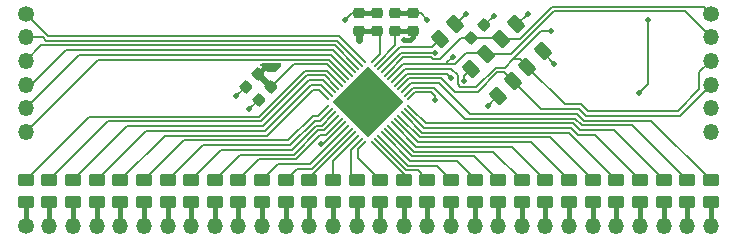
<source format=gtl>
G04 #@! TF.GenerationSoftware,KiCad,Pcbnew,(6.0.10)*
G04 #@! TF.CreationDate,2023-02-04T17:17:42+01:00*
G04 #@! TF.ProjectId,Lumissil_IS31FL3742A_breakout,4c756d69-7373-4696-9c5f-49533331464c,rev?*
G04 #@! TF.SameCoordinates,Original*
G04 #@! TF.FileFunction,Copper,L1,Top*
G04 #@! TF.FilePolarity,Positive*
%FSLAX46Y46*%
G04 Gerber Fmt 4.6, Leading zero omitted, Abs format (unit mm)*
G04 Created by KiCad (PCBNEW (6.0.10)) date 2023-02-04 17:17:42*
%MOMM*%
%LPD*%
G01*
G04 APERTURE LIST*
G04 Aperture macros list*
%AMRoundRect*
0 Rectangle with rounded corners*
0 $1 Rounding radius*
0 $2 $3 $4 $5 $6 $7 $8 $9 X,Y pos of 4 corners*
0 Add a 4 corners polygon primitive as box body*
4,1,4,$2,$3,$4,$5,$6,$7,$8,$9,$2,$3,0*
0 Add four circle primitives for the rounded corners*
1,1,$1+$1,$2,$3*
1,1,$1+$1,$4,$5*
1,1,$1+$1,$6,$7*
1,1,$1+$1,$8,$9*
0 Add four rect primitives between the rounded corners*
20,1,$1+$1,$2,$3,$4,$5,0*
20,1,$1+$1,$4,$5,$6,$7,0*
20,1,$1+$1,$6,$7,$8,$9,0*
20,1,$1+$1,$8,$9,$2,$3,0*%
%AMRotRect*
0 Rectangle, with rotation*
0 The origin of the aperture is its center*
0 $1 length*
0 $2 width*
0 $3 Rotation angle, in degrees counterclockwise*
0 Add horizontal line*
21,1,$1,$2,0,0,$3*%
G04 Aperture macros list end*
G04 #@! TA.AperFunction,SMDPad,CuDef*
%ADD10RoundRect,0.250000X-0.450000X0.262500X-0.450000X-0.262500X0.450000X-0.262500X0.450000X0.262500X0*%
G04 #@! TD*
G04 #@! TA.AperFunction,SMDPad,CuDef*
%ADD11RoundRect,0.225000X0.250000X-0.225000X0.250000X0.225000X-0.250000X0.225000X-0.250000X-0.225000X0*%
G04 #@! TD*
G04 #@! TA.AperFunction,ComponentPad*
%ADD12C,1.350000*%
G04 #@! TD*
G04 #@! TA.AperFunction,ComponentPad*
%ADD13O,1.350000X1.350000*%
G04 #@! TD*
G04 #@! TA.AperFunction,SMDPad,CuDef*
%ADD14RoundRect,0.250000X0.132583X-0.503814X0.503814X-0.132583X-0.132583X0.503814X-0.503814X0.132583X0*%
G04 #@! TD*
G04 #@! TA.AperFunction,SMDPad,CuDef*
%ADD15RoundRect,0.050000X0.229810X0.300520X-0.300520X-0.229810X-0.229810X-0.300520X0.300520X0.229810X0*%
G04 #@! TD*
G04 #@! TA.AperFunction,SMDPad,CuDef*
%ADD16RoundRect,0.050000X-0.229810X0.300520X-0.300520X0.229810X0.229810X-0.300520X0.300520X-0.229810X0*%
G04 #@! TD*
G04 #@! TA.AperFunction,ComponentPad*
%ADD17C,0.500000*%
G04 #@! TD*
G04 #@! TA.AperFunction,SMDPad,CuDef*
%ADD18RotRect,4.200000X4.200000X225.000000*%
G04 #@! TD*
G04 #@! TA.AperFunction,SMDPad,CuDef*
%ADD19RoundRect,0.250000X-0.132583X0.503814X-0.503814X0.132583X0.132583X-0.503814X0.503814X-0.132583X0*%
G04 #@! TD*
G04 #@! TA.AperFunction,SMDPad,CuDef*
%ADD20RoundRect,0.225000X0.017678X-0.335876X0.335876X-0.017678X-0.017678X0.335876X-0.335876X0.017678X0*%
G04 #@! TD*
G04 #@! TA.AperFunction,SMDPad,CuDef*
%ADD21RoundRect,0.225000X-0.017678X0.335876X-0.335876X0.017678X0.017678X-0.335876X0.335876X-0.017678X0*%
G04 #@! TD*
G04 #@! TA.AperFunction,ViaPad*
%ADD22C,0.500000*%
G04 #@! TD*
G04 #@! TA.AperFunction,Conductor*
%ADD23C,0.400000*%
G04 #@! TD*
G04 #@! TA.AperFunction,Conductor*
%ADD24C,0.200000*%
G04 #@! TD*
G04 #@! TA.AperFunction,Conductor*
%ADD25C,0.600000*%
G04 #@! TD*
G04 APERTURE END LIST*
D10*
X83000000Y-50587500D03*
X83000000Y-52412500D03*
X117000000Y-50587500D03*
X117000000Y-52412500D03*
D11*
X91230000Y-37975000D03*
X91230000Y-36425000D03*
D12*
X121000000Y-36500000D03*
D13*
X121000000Y-38500000D03*
X121000000Y-40500000D03*
X121000000Y-42500000D03*
X121000000Y-44500000D03*
X121000000Y-46500000D03*
D11*
X92756666Y-37975000D03*
X92756666Y-36425000D03*
D14*
X102954765Y-43505235D03*
X104245235Y-42214765D03*
D10*
X85000000Y-50587500D03*
X85000000Y-52412500D03*
D14*
X100694765Y-41215235D03*
X101985235Y-39924765D03*
D12*
X63000000Y-54500000D03*
D13*
X65000000Y-54500000D03*
X67000000Y-54500000D03*
X69000000Y-54500000D03*
X71000000Y-54500000D03*
X73000000Y-54500000D03*
X75000000Y-54500000D03*
X77000000Y-54500000D03*
X79000000Y-54500000D03*
X81000000Y-54500000D03*
X83000000Y-54500000D03*
X85000000Y-54500000D03*
X87000000Y-54500000D03*
X89000000Y-54500000D03*
X91000000Y-54500000D03*
X93000000Y-54500000D03*
X95000000Y-54500000D03*
X97000000Y-54500000D03*
X99000000Y-54500000D03*
X101000000Y-54500000D03*
X103000000Y-54500000D03*
X105000000Y-54500000D03*
X107000000Y-54500000D03*
X109000000Y-54500000D03*
X111000000Y-54500000D03*
X113000000Y-54500000D03*
X115000000Y-54500000D03*
X117000000Y-54500000D03*
X119000000Y-54500000D03*
X121000000Y-54500000D03*
D10*
X115000000Y-50587500D03*
X115000000Y-52412500D03*
X107000000Y-50587500D03*
X107000000Y-52412500D03*
X105000000Y-50587500D03*
X105000000Y-52412500D03*
X75000000Y-50587500D03*
X75000000Y-52412500D03*
D15*
X95641600Y-43469670D03*
X95358757Y-43186827D03*
X95075914Y-42903984D03*
X94793072Y-42621142D03*
X94510229Y-42338299D03*
X94227386Y-42055456D03*
X93944544Y-41772614D03*
X93661701Y-41489771D03*
X93378858Y-41206928D03*
X93096016Y-40924086D03*
X92813173Y-40641243D03*
X92530330Y-40358400D03*
D16*
X91469670Y-40358400D03*
X91186827Y-40641243D03*
X90903984Y-40924086D03*
X90621142Y-41206928D03*
X90338299Y-41489771D03*
X90055456Y-41772614D03*
X89772614Y-42055456D03*
X89489771Y-42338299D03*
X89206928Y-42621142D03*
X88924086Y-42903984D03*
X88641243Y-43186827D03*
X88358400Y-43469670D03*
D15*
X88358400Y-44530330D03*
X88641243Y-44813173D03*
X88924086Y-45096016D03*
X89206928Y-45378858D03*
X89489771Y-45661701D03*
X89772614Y-45944544D03*
X90055456Y-46227386D03*
X90338299Y-46510229D03*
X90621142Y-46793072D03*
X90903984Y-47075914D03*
X91186827Y-47358757D03*
X91469670Y-47641600D03*
D16*
X92530330Y-47641600D03*
X92813173Y-47358757D03*
X93096016Y-47075914D03*
X93378858Y-46793072D03*
X93661701Y-46510229D03*
X93944544Y-46227386D03*
X94227386Y-45944544D03*
X94510229Y-45661701D03*
X94793072Y-45378858D03*
X95075914Y-45096016D03*
X95358757Y-44813173D03*
X95641600Y-44530330D03*
D17*
X93484924Y-43257538D03*
X94227386Y-44000000D03*
X91257538Y-42515076D03*
X92742462Y-44000000D03*
X93484924Y-44742462D03*
X92742462Y-42515076D03*
X90515076Y-44742462D03*
X92742462Y-45484924D03*
X92000000Y-44742462D03*
X90515076Y-43257538D03*
X92000000Y-41772614D03*
X89772614Y-44000000D03*
X91257538Y-44000000D03*
X91257538Y-45484924D03*
X92000000Y-46227386D03*
D18*
X92000000Y-44000000D03*
D17*
X92000000Y-43257538D03*
D14*
X98044765Y-38675235D03*
X99335235Y-37384765D03*
D19*
X106760470Y-39699530D03*
X105470000Y-40990000D03*
D14*
X103199765Y-38675235D03*
X104490235Y-37384765D03*
D10*
X95000000Y-50587500D03*
X95000000Y-52412500D03*
D20*
X100719492Y-38578008D03*
X101815508Y-37481992D03*
D10*
X89000000Y-50587500D03*
X89000000Y-52412500D03*
X93000000Y-50587500D03*
X93000000Y-52412500D03*
D11*
X95810000Y-37975000D03*
X95810000Y-36425000D03*
D10*
X69000000Y-50587500D03*
X69000000Y-52412500D03*
X99000000Y-50587500D03*
X99000000Y-52412500D03*
X91000000Y-50587500D03*
X91000000Y-52412500D03*
X87000000Y-50587500D03*
X87000000Y-52412500D03*
X101000000Y-50587500D03*
X101000000Y-52412500D03*
X109000000Y-50587500D03*
X109000000Y-52412500D03*
X111000000Y-50587500D03*
X111000000Y-52412500D03*
D21*
X83798008Y-42701992D03*
X82701992Y-43798008D03*
D10*
X71000000Y-50587500D03*
X71000000Y-52412500D03*
X67000000Y-50587500D03*
X67000000Y-52412500D03*
X81000000Y-50587500D03*
X81000000Y-52412500D03*
X65000000Y-50587500D03*
X65000000Y-52412500D03*
X97000000Y-50587500D03*
X97000000Y-52412500D03*
X79000000Y-50587500D03*
X79000000Y-52412500D03*
D11*
X94283332Y-37975000D03*
X94283332Y-36425000D03*
D10*
X121000000Y-50587500D03*
X121000000Y-52412500D03*
X73000000Y-50587500D03*
X73000000Y-52412500D03*
D12*
X63000000Y-36500000D03*
D13*
X63000000Y-38500000D03*
X63000000Y-40500000D03*
X63000000Y-42500000D03*
X63000000Y-44500000D03*
X63000000Y-46500000D03*
D10*
X119000000Y-50587500D03*
X119000000Y-52412500D03*
D21*
X82698008Y-41601992D03*
X81601992Y-42698008D03*
D10*
X63000000Y-50587500D03*
X63000000Y-52412500D03*
X113000000Y-50587500D03*
X113000000Y-52412500D03*
X77000000Y-50587500D03*
X77000000Y-52412500D03*
X103000000Y-50587500D03*
X103000000Y-52412500D03*
D22*
X115700000Y-37029000D03*
X100120000Y-42160500D03*
X102100000Y-44330000D03*
X107750000Y-40750000D03*
X95040000Y-38760000D03*
X83750000Y-40929009D03*
X91250000Y-38750000D03*
X114940000Y-43190000D03*
X81920000Y-44580000D03*
X100290000Y-36490000D03*
X105500000Y-36500000D03*
X87972002Y-47522002D03*
X97681728Y-39805469D03*
X102610000Y-36660000D03*
X80820000Y-43480000D03*
X97610000Y-43830000D03*
X90000000Y-37000000D03*
X97000000Y-37000000D03*
X107500000Y-38000000D03*
X99130000Y-40160000D03*
X99006444Y-41933556D03*
D23*
X95810000Y-38490000D02*
X95810000Y-37975000D01*
X95540000Y-38760000D02*
X95810000Y-38490000D01*
X95040000Y-38760000D02*
X95540000Y-38760000D01*
X92756666Y-36425000D02*
X91230000Y-36425000D01*
X95810000Y-36425000D02*
X94283332Y-36425000D01*
X94283332Y-37975000D02*
X95810000Y-37975000D01*
X92736666Y-37995000D02*
X92756666Y-37975000D01*
X91250000Y-37995000D02*
X92736666Y-37995000D01*
X83370991Y-40929009D02*
X82698008Y-41601992D01*
X83750000Y-40929009D02*
X83370991Y-40929009D01*
D24*
X85720491Y-40779509D02*
X83798008Y-42701992D01*
X91250000Y-37995000D02*
X91230000Y-37975000D01*
D25*
X91250000Y-38750000D02*
X91250000Y-37995000D01*
D24*
X115700000Y-37029000D02*
X115700000Y-42430000D01*
X89772614Y-42055456D02*
X88496667Y-40779509D01*
X100694765Y-41215235D02*
X100120000Y-41790000D01*
X88496667Y-40779509D02*
X85720491Y-40779509D01*
X106760470Y-39760470D02*
X106760470Y-39699530D01*
X93000000Y-38218334D02*
X93000000Y-39888730D01*
X93000000Y-39888730D02*
X92530330Y-40358400D01*
X102924765Y-43505235D02*
X102954765Y-43505235D01*
X100120000Y-41790000D02*
X100120000Y-42160500D01*
X115700000Y-42430000D02*
X114940000Y-43190000D01*
X102100000Y-44330000D02*
X102924765Y-43505235D01*
X94283332Y-37975000D02*
X94283332Y-39171084D01*
X94283332Y-39171084D02*
X92813173Y-40641243D01*
X92756666Y-37975000D02*
X93000000Y-38218334D01*
X107750000Y-40750000D02*
X106760470Y-39760470D01*
D25*
X82698008Y-41601992D02*
X83798008Y-42701992D01*
D24*
X99335235Y-37384765D02*
X99395235Y-37384765D01*
X101815508Y-37481992D02*
X101815508Y-37454492D01*
X88195156Y-47522002D02*
X89772614Y-45944544D01*
X81601992Y-42698008D02*
X80820000Y-43480000D01*
X91230000Y-36425000D02*
X90575000Y-36425000D01*
X97681728Y-39805469D02*
X94780317Y-39805469D01*
X99395235Y-37384765D02*
X100290000Y-36490000D01*
X95641600Y-43469670D02*
X95941270Y-43170000D01*
X94780317Y-39805469D02*
X93378858Y-41206928D01*
X90575000Y-36425000D02*
X90000000Y-37000000D01*
X97610000Y-43450000D02*
X97610000Y-43830000D01*
X101815508Y-37454492D02*
X102610000Y-36660000D01*
X104490235Y-37384765D02*
X104615235Y-37384765D01*
X104615235Y-37384765D02*
X105500000Y-36500000D01*
X96425000Y-36425000D02*
X95810000Y-36425000D01*
X95941270Y-43170000D02*
X97330000Y-43170000D01*
X82701992Y-43798008D02*
X81920000Y-44580000D01*
X97000000Y-37000000D02*
X96425000Y-36425000D01*
X97330000Y-43170000D02*
X97610000Y-43450000D01*
X87972002Y-47522002D02*
X88195156Y-47522002D01*
X103102538Y-38578008D02*
X103199765Y-38675235D01*
X93661701Y-41489771D02*
X94946003Y-40205469D01*
X94946003Y-40205469D02*
X97303910Y-40205469D01*
X107578628Y-35900000D02*
X120400000Y-35900000D01*
X104803393Y-38675235D02*
X107578628Y-35900000D01*
X99811992Y-38578008D02*
X100719492Y-38578008D01*
X100719492Y-38578008D02*
X103102538Y-38578008D01*
X97303910Y-40205469D02*
X97453910Y-40355469D01*
X97453910Y-40355469D02*
X98034531Y-40355469D01*
X120400000Y-35900000D02*
X121000000Y-36500000D01*
X98034531Y-40355469D02*
X99811992Y-38578008D01*
X103199765Y-38675235D02*
X104803393Y-38675235D01*
X120025000Y-41475000D02*
X121000000Y-40500000D01*
X104250000Y-40360000D02*
X106640000Y-37970000D01*
X108655000Y-44175000D02*
X109981616Y-44175000D01*
X103540000Y-41070000D02*
X104250000Y-40360000D01*
X99020706Y-41170000D02*
X99556444Y-41705738D01*
X94227386Y-42055456D02*
X95112843Y-41170000D01*
X102770001Y-41070000D02*
X103540000Y-41070000D01*
X120027728Y-42906586D02*
X120025000Y-42903859D01*
X99790000Y-42710000D02*
X101130000Y-42710000D01*
X101130000Y-42710000D02*
X102770001Y-41070000D01*
X109981616Y-44175000D02*
X110556616Y-44750000D01*
X105470000Y-40990000D02*
X108655000Y-44175000D01*
X107470000Y-37970000D02*
X107500000Y-38000000D01*
X110556616Y-44750000D02*
X118184314Y-44750000D01*
X99556444Y-42476444D02*
X99790000Y-42710000D01*
X95112843Y-41170000D02*
X99020706Y-41170000D01*
X99556444Y-41705738D02*
X99556444Y-42476444D01*
X104840000Y-40360000D02*
X105470000Y-40990000D01*
X104250000Y-40360000D02*
X104840000Y-40360000D01*
X106640000Y-37970000D02*
X107470000Y-37970000D01*
X120025000Y-42903859D02*
X120025000Y-41475000D01*
X118184314Y-44750000D02*
X120027728Y-42906586D01*
X94947158Y-40770000D02*
X98600000Y-40770000D01*
X118800000Y-36300000D02*
X107744314Y-36300000D01*
X107744314Y-36300000D02*
X104119549Y-39924765D01*
X93944544Y-41772614D02*
X94947158Y-40770000D01*
X100230000Y-39850000D02*
X101910470Y-39850000D01*
X104119549Y-39924765D02*
X101985235Y-39924765D01*
X121000000Y-38500000D02*
X118800000Y-36300000D01*
X98600000Y-40690000D02*
X99130000Y-40160000D01*
X101910470Y-39850000D02*
X101985235Y-39924765D01*
X98600000Y-40770000D02*
X99310000Y-40770000D01*
X99310000Y-40770000D02*
X100230000Y-39850000D01*
X98600000Y-40770000D02*
X98600000Y-40690000D01*
X98175686Y-41970000D02*
X99315686Y-43110000D01*
X118350000Y-45150000D02*
X121000000Y-42500000D01*
X106605470Y-44575000D02*
X109815930Y-44575000D01*
X104245235Y-42214765D02*
X106605470Y-44575000D01*
X95444214Y-41970000D02*
X98175686Y-41970000D01*
X103500470Y-41470000D02*
X104245235Y-42214765D01*
X94793072Y-42621142D02*
X95444214Y-41970000D01*
X102935686Y-41470000D02*
X103500470Y-41470000D01*
X110390930Y-45150000D02*
X118350000Y-45150000D01*
X99315686Y-43110000D02*
X101295686Y-43110000D01*
X101295686Y-43110000D02*
X102935686Y-41470000D01*
X109815930Y-44575000D02*
X110390930Y-45150000D01*
X89490777Y-38379509D02*
X64879509Y-38379509D01*
X91469670Y-40358400D02*
X89490777Y-38379509D01*
X64879509Y-38379509D02*
X63000000Y-36500000D01*
X64434314Y-38500000D02*
X63000000Y-38500000D01*
X91186827Y-40641243D02*
X89325093Y-38779509D01*
X64713823Y-38779509D02*
X64434314Y-38500000D01*
X89325093Y-38779509D02*
X64713823Y-38779509D01*
X89159407Y-39179509D02*
X64320491Y-39179509D01*
X90903984Y-40924086D02*
X89159407Y-39179509D01*
X64320491Y-39179509D02*
X63000000Y-40500000D01*
X66420491Y-39579509D02*
X63000000Y-43000000D01*
X90621142Y-41206928D02*
X88993722Y-39579509D01*
X88993722Y-39579509D02*
X66420491Y-39579509D01*
X90338299Y-41489771D02*
X88828037Y-39979509D01*
X67520491Y-39979509D02*
X63000000Y-44500000D01*
X88828037Y-39979509D02*
X67520491Y-39979509D01*
X88662351Y-40379509D02*
X69120491Y-40379509D01*
X90055456Y-41772614D02*
X88662351Y-40379509D01*
X69120491Y-40379509D02*
X63000000Y-46500000D01*
D23*
X63000000Y-52412500D02*
X63000000Y-54500000D01*
X65000000Y-52412500D02*
X65000000Y-54500000D01*
X67000000Y-52412500D02*
X67000000Y-54500000D01*
X69000000Y-52412500D02*
X69000000Y-54500000D01*
X71000000Y-52412500D02*
X71000000Y-54500000D01*
X73000000Y-52412500D02*
X73000000Y-54500000D01*
X75000000Y-52412500D02*
X75000000Y-54500000D01*
X77000000Y-52412500D02*
X77000000Y-54500000D01*
X79000000Y-52412500D02*
X79000000Y-54500000D01*
X81000000Y-52412500D02*
X81000000Y-54500000D01*
X83000000Y-52412500D02*
X83000000Y-54500000D01*
X85000000Y-52412500D02*
X85000000Y-54500000D01*
X87000000Y-52412500D02*
X87000000Y-54500000D01*
X89000000Y-52412500D02*
X89000000Y-54500000D01*
X91000000Y-52412500D02*
X91000000Y-54500000D01*
X93000000Y-52412500D02*
X93000000Y-54500000D01*
X95000000Y-52412500D02*
X95000000Y-54500000D01*
X97000000Y-52412500D02*
X97000000Y-54500000D01*
X99000000Y-52412500D02*
X99000000Y-54500000D01*
X101000000Y-52412500D02*
X101000000Y-54500000D01*
X103000000Y-52412500D02*
X103000000Y-54500000D01*
X105000000Y-52412500D02*
X105000000Y-54500000D01*
X107000000Y-52412500D02*
X107000000Y-54500000D01*
X109000000Y-52412500D02*
X109000000Y-54500000D01*
X111000000Y-52412500D02*
X111000000Y-54500000D01*
X113000000Y-52412500D02*
X113000000Y-54500000D01*
X115000000Y-52412500D02*
X115000000Y-54500000D01*
X117000000Y-52412500D02*
X117000000Y-54500000D01*
X119000000Y-52412500D02*
X119000000Y-54500000D01*
X121000000Y-52412500D02*
X121000000Y-54500000D01*
D24*
X98642888Y-41570000D02*
X95278528Y-41570000D01*
X95278528Y-41570000D02*
X94510229Y-42338299D01*
X99006444Y-41933556D02*
X98642888Y-41570000D01*
X94660102Y-39360000D02*
X93096016Y-40924086D01*
X98044765Y-38675235D02*
X97360000Y-39360000D01*
X97360000Y-39360000D02*
X94660102Y-39360000D01*
X68362500Y-45225000D02*
X63000000Y-50587500D01*
X88476471Y-41325000D02*
X86637257Y-41325000D01*
X89489771Y-42338299D02*
X88476471Y-41325000D01*
X82737256Y-45225000D02*
X68362500Y-45225000D01*
X86637257Y-41325000D02*
X82737256Y-45225000D01*
X88310785Y-41725000D02*
X89206928Y-42621142D01*
X65000000Y-50587500D02*
X69962500Y-45625000D01*
X69962500Y-45625000D02*
X82902942Y-45625000D01*
X86802943Y-41725000D02*
X88310785Y-41725000D01*
X82902942Y-45625000D02*
X86802943Y-41725000D01*
X83068628Y-46025000D02*
X71562500Y-46025000D01*
X71562500Y-46025000D02*
X67000000Y-50587500D01*
X88145100Y-42125000D02*
X86968628Y-42125000D01*
X86968628Y-42125000D02*
X83068628Y-46025000D01*
X88924086Y-42903984D02*
X88145100Y-42125000D01*
X73162500Y-46425000D02*
X69000000Y-50587500D01*
X88641243Y-43186827D02*
X87979415Y-42525000D01*
X87134314Y-42525000D02*
X83234314Y-46425000D01*
X83234314Y-46425000D02*
X73162500Y-46425000D01*
X87979415Y-42525000D02*
X87134314Y-42525000D01*
X87300000Y-42925000D02*
X83400000Y-46825000D01*
X88358400Y-43469670D02*
X87813730Y-42925000D01*
X87813730Y-42925000D02*
X87300000Y-42925000D01*
X83400000Y-46825000D02*
X74762500Y-46825000D01*
X74762500Y-46825000D02*
X71000000Y-50587500D01*
X73000000Y-50587500D02*
X76362500Y-47225000D01*
X87279653Y-45174500D02*
X87714230Y-45174500D01*
X85229149Y-47225000D02*
X87279653Y-45174500D01*
X76362500Y-47225000D02*
X85229149Y-47225000D01*
X87714230Y-45174500D02*
X88358400Y-44530330D01*
X77962500Y-47625000D02*
X85394835Y-47625000D01*
X75000000Y-50587500D02*
X77962500Y-47625000D01*
X85394835Y-47625000D02*
X87445338Y-45574500D01*
X87445338Y-45574500D02*
X87879916Y-45574500D01*
X87879916Y-45574500D02*
X88641243Y-44813173D01*
X79562500Y-48025000D02*
X85560521Y-48025000D01*
X77000000Y-50587500D02*
X79562500Y-48025000D01*
X85560521Y-48025000D02*
X87611023Y-45974500D01*
X88045602Y-45974500D02*
X88924086Y-45096016D01*
X87611023Y-45974500D02*
X88045602Y-45974500D01*
X85726207Y-48425000D02*
X87776708Y-46374500D01*
X79000000Y-50587500D02*
X81162500Y-48425000D01*
X81162500Y-48425000D02*
X85726207Y-48425000D01*
X88211286Y-46374500D02*
X89206928Y-45378858D01*
X87776708Y-46374500D02*
X88211286Y-46374500D01*
X88376972Y-46774500D02*
X89489771Y-45661701D01*
X85891893Y-48825000D02*
X87942393Y-46774500D01*
X82762500Y-48825000D02*
X85891893Y-48825000D01*
X87942393Y-46774500D02*
X88376972Y-46774500D01*
X82762500Y-48825000D02*
X81000000Y-50587500D01*
X84362500Y-49225000D02*
X83000000Y-50587500D01*
X87057842Y-49225000D02*
X90055456Y-46227386D01*
X84362500Y-49225000D02*
X87057842Y-49225000D01*
X85962500Y-49625000D02*
X87223528Y-49625000D01*
X85000000Y-50587500D02*
X85962500Y-49625000D01*
X87223528Y-49625000D02*
X90338299Y-46510229D01*
X87000000Y-50587500D02*
X87000000Y-50414214D01*
X87000000Y-50414214D02*
X90621142Y-46793072D01*
X89000000Y-50587500D02*
X89000000Y-48979898D01*
X89000000Y-48979898D02*
X90903984Y-47075914D01*
X90500000Y-50087500D02*
X90500000Y-48045584D01*
X91000000Y-50587500D02*
X90500000Y-50087500D01*
X90500000Y-48045584D02*
X91186827Y-47358757D01*
X93000000Y-50587500D02*
X91150000Y-48737500D01*
X91150000Y-48737500D02*
X91150000Y-47961270D01*
X91150000Y-47961270D02*
X91469670Y-47641600D01*
X92530330Y-47641600D02*
X95000000Y-50111270D01*
X95000000Y-50111270D02*
X95000000Y-50587500D01*
X92813173Y-47358757D02*
X95229416Y-49775000D01*
X96187500Y-49775000D02*
X97000000Y-50587500D01*
X95229416Y-49775000D02*
X96187500Y-49775000D01*
X93096016Y-47075914D02*
X95395102Y-49375000D01*
X95395102Y-49375000D02*
X97787500Y-49375000D01*
X97787500Y-49375000D02*
X99000000Y-50587500D01*
X93378858Y-46793072D02*
X95560786Y-48975000D01*
X99477500Y-48975000D02*
X101090000Y-50587500D01*
X95560786Y-48975000D02*
X99477500Y-48975000D01*
X100987500Y-48575000D02*
X103000000Y-50587500D01*
X95726474Y-48575000D02*
X100987500Y-48575000D01*
X93661701Y-46510229D02*
X95726474Y-48575000D01*
X93944544Y-46227386D02*
X95892158Y-48175000D01*
X95892158Y-48175000D02*
X102587500Y-48175000D01*
X102587500Y-48175000D02*
X105000000Y-50587500D01*
X94227386Y-45944544D02*
X96057842Y-47775000D01*
X96057842Y-47775000D02*
X104187500Y-47775000D01*
X104187500Y-47775000D02*
X107000000Y-50587500D01*
X96223528Y-47375000D02*
X105787500Y-47375000D01*
X105787500Y-47375000D02*
X109000000Y-50587500D01*
X94510229Y-45661701D02*
X96223528Y-47375000D01*
X96389214Y-46975000D02*
X107387500Y-46975000D01*
X107387500Y-46975000D02*
X111000000Y-50587500D01*
X94793072Y-45378858D02*
X96389214Y-46975000D01*
X96554898Y-46575000D02*
X108987500Y-46575000D01*
X95075914Y-45096016D02*
X96554898Y-46575000D01*
X108987500Y-46575000D02*
X113000000Y-50587500D01*
X109153186Y-46175000D02*
X109728186Y-46750000D01*
X95358757Y-44813173D02*
X96720584Y-46175000D01*
X96720584Y-46175000D02*
X109153186Y-46175000D01*
X111162500Y-46750000D02*
X115000000Y-50587500D01*
X109728186Y-46750000D02*
X111162500Y-46750000D01*
X112762500Y-46350000D02*
X117000000Y-50587500D01*
X96886270Y-45775000D02*
X109318872Y-45775000D01*
X109893872Y-46350000D02*
X112762500Y-46350000D01*
X109318872Y-45775000D02*
X109893872Y-46350000D01*
X95641600Y-44530330D02*
X96886270Y-45775000D01*
X97600000Y-42770000D02*
X100205000Y-45375000D01*
X110059558Y-45950000D02*
X114362500Y-45950000D01*
X109484558Y-45375000D02*
X110059558Y-45950000D01*
X114362500Y-45950000D02*
X119000000Y-50587500D01*
X95775584Y-42770000D02*
X97600000Y-42770000D01*
X100205000Y-45375000D02*
X109484558Y-45375000D01*
X95358757Y-43186827D02*
X95775584Y-42770000D01*
X109650244Y-44975000D02*
X100615000Y-44975000D01*
X95609898Y-42370000D02*
X98010000Y-42370000D01*
X121000000Y-50587500D02*
X115962500Y-45550000D01*
X115962500Y-45550000D02*
X110225244Y-45550000D01*
X110225244Y-45550000D02*
X109650244Y-44975000D01*
X98010000Y-42370000D02*
X100610000Y-44970000D01*
X100610000Y-44970000D02*
X100620000Y-44970000D01*
X95075914Y-42903984D02*
X95609898Y-42370000D01*
G04 #@! TA.AperFunction,Conductor*
G36*
X84583922Y-40700011D02*
G01*
X84630415Y-40753667D01*
X84640519Y-40823941D01*
X84611025Y-40888521D01*
X84604896Y-40895104D01*
X84069748Y-41430252D01*
X84007436Y-41464278D01*
X83980653Y-41467157D01*
X83519347Y-41467157D01*
X83451226Y-41447155D01*
X83430252Y-41430252D01*
X83405603Y-41405603D01*
X83392762Y-41390569D01*
X83360970Y-41346810D01*
X83354553Y-41339298D01*
X83311861Y-41296606D01*
X83297917Y-41288992D01*
X83296084Y-41289123D01*
X83291846Y-41291846D01*
X83007056Y-41007056D01*
X83011007Y-40999820D01*
X83010876Y-40997987D01*
X83006625Y-40991372D01*
X82960702Y-40945449D01*
X82953188Y-40939031D01*
X82910401Y-40907944D01*
X82867048Y-40851722D01*
X82860973Y-40780985D01*
X82894105Y-40718194D01*
X82955926Y-40683283D01*
X82984463Y-40680009D01*
X84515801Y-40680009D01*
X84583922Y-40700011D01*
G37*
G04 #@! TD.AperFunction*
M02*

</source>
